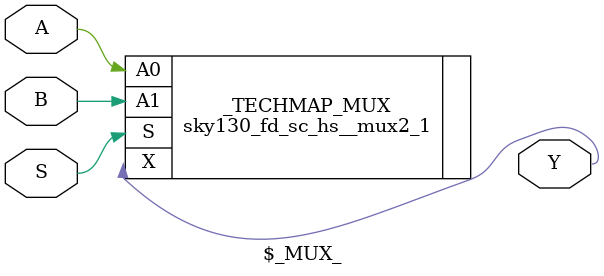
<source format=v>
module \$_MUX_ (
    output Y,
    input A,
    input B,
    input S
    );
  sky130_fd_sc_hs__mux2_1 _TECHMAP_MUX (
      .X(Y),
      .A0(A),
      .A1(B),
      .S(S)
  );
endmodule

</source>
